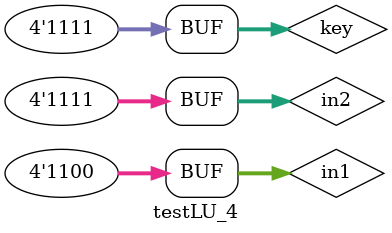
<source format=v>
module fand4(output[3:0] s, input[3:0] a, input[3:0] b);
	and(s[0], a[0], b[0]);
	and(s[1], a[1], b[1]);
	and(s[2], a[2], b[2]);
	and(s[3], a[3], b[3]);
endmodule

module for4(output[3:0] s, input[3:0] a, input[3:0] b);
	or(s[0], a[0], b[0]);
	or(s[1], a[1], b[1]);
	or(s[2], a[2], b[2]);
	or(s[3], a[3], b[3]);
endmodule

module fbuf4(output[3:0] s, input[3:0] a);
	buf (s[0], a[0]);
	buf (s[1], a[1]);
	buf (s[2], a[2]);
	buf (s[3], a[3]);
endmodule

module fnot4(output[3:0] s, input[3:0] a);
	not(s[0], a[0]);
	not(s[1], a[1]);
	not(s[2], a[2]);
	not(s[3], a[3]);
endmodule

module LU_4 (output[3:0] s, input[3:0]a, input[3:0]b, input[3:0] chave);
	wire[3:0] s0, s1, c0, c1, d0, d1;
	
	fand4 AND1 (s0, a, b);
	for4 OR1 (s1, a, b);
	fnot4 NOT1 (c0, chave);
	fbuf4 BUF1 (c1, chave);
	fand4 AND2 (d0, s0, c0);
	fand4 AND3 (d1, s1, c1);
	for4 OR2 (s, d0, d1);
endmodule

module testLU_4;

reg[3:0] in1, in2, key;
wire[3:0] out;

LU_4 LU4(out, in1, in2, key);

initial begin
$display("Exemplo0031 - Átila Martins Silva Júnior - 449014");

$display("Test LU's module");
$display("chave em 0000 porta AND e chave 1111 porta OR.\n");
key = 4'b0000; in1 = 4'b0000; in2 = 4'b1111;
// projetar testes do modulo
$monitor("chave: %4b\tin1: %4b\tin2: %4b\tout: %b",key, in1, in2, out);
#1 key = 4'b0000; in1 = 4'b1010; in2 = 4'b0101; 
#1 key = 4'b1111; in1 = 4'b1100; in2 = 4'b0011;
#1 key = 4'b0000; in1 = 4'b1010; in2 = 4'b0000;
#1 key = 4'b1111; in1 = 4'b1100; in2 = 4'b1111;

end
endmodule // test_f4
</source>
